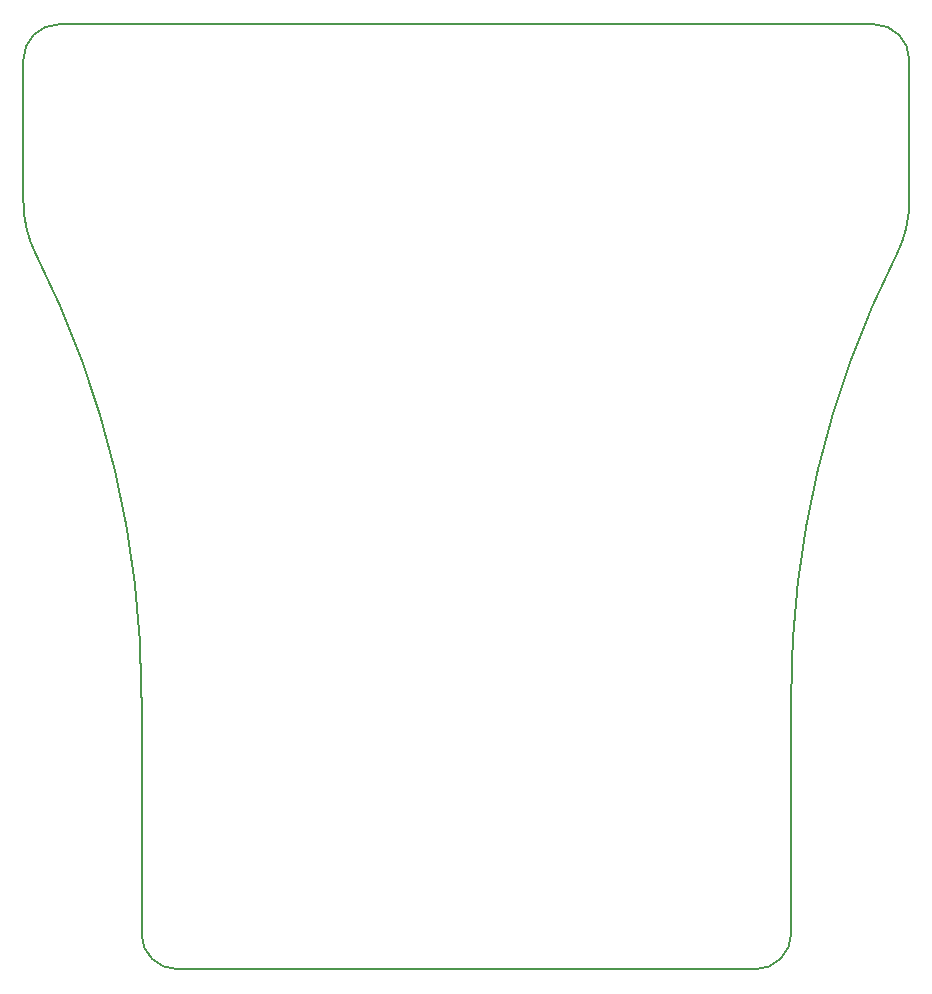
<source format=gm1>
%TF.GenerationSoftware,KiCad,Pcbnew,5.1.12-84ad8e8a86~92~ubuntu20.04.1*%
%TF.CreationDate,2022-03-02T23:51:17-06:00*%
%TF.ProjectId,dietSCSI,64696574-5343-4534-992e-6b696361645f,rev?*%
%TF.SameCoordinates,Original*%
%TF.FileFunction,Profile,NP*%
%FSLAX46Y46*%
G04 Gerber Fmt 4.6, Leading zero omitted, Abs format (unit mm)*
G04 Created by KiCad (PCBNEW 5.1.12-84ad8e8a86~92~ubuntu20.04.1) date 2022-03-02 23:51:17*
%MOMM*%
%LPD*%
G01*
G04 APERTURE LIST*
%TA.AperFunction,Profile*%
%ADD10C,0.200000*%
%TD*%
G04 APERTURE END LIST*
D10*
X175000000Y-23000000D02*
X175000000Y-35000000D01*
X175000000Y-35000000D02*
G75*
G02*
X173927038Y-39506438I-10000000J0D01*
G01*
X164999999Y-76999999D02*
G75*
G02*
X173927041Y-39506431I83200001J-1D01*
G01*
X165000000Y-97000000D02*
X165000000Y-77000000D01*
X165000000Y-97000000D02*
G75*
G02*
X162000000Y-100000000I-3000000J0D01*
G01*
X113000000Y-100000000D02*
X162000000Y-100000000D01*
X113000000Y-100000000D02*
G75*
G02*
X110000000Y-97000000I0J3000000D01*
G01*
X110000000Y-77000000D02*
X110000000Y-97000000D01*
X101072958Y-39506431D02*
G75*
G02*
X110000000Y-77000000I-74272959J-37493569D01*
G01*
X101072962Y-39506438D02*
G75*
G02*
X100000000Y-35000000I8927038J4506438D01*
G01*
X100000000Y-23000000D02*
X100000000Y-35000000D01*
X100000000Y-23000000D02*
G75*
G02*
X103000000Y-20000000I3000000J0D01*
G01*
X172000000Y-20000000D02*
X103000000Y-20000000D01*
X172000000Y-20000000D02*
G75*
G02*
X175000000Y-23000000I0J-3000000D01*
G01*
M02*

</source>
